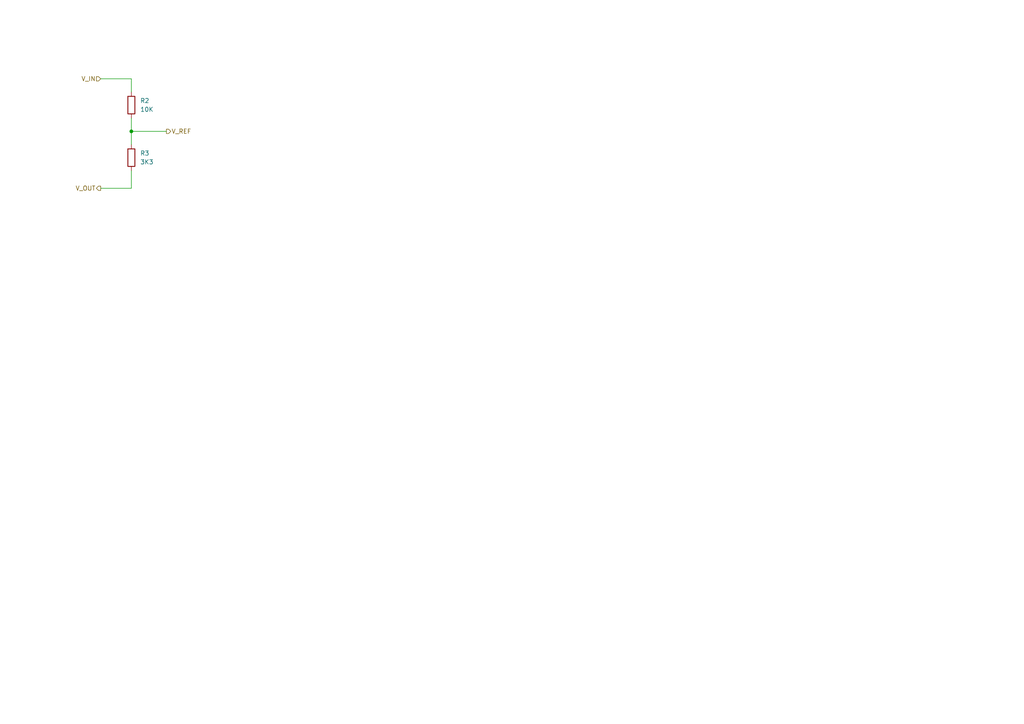
<source format=kicad_sch>
(kicad_sch (version 20250114) (generator "eeschema") (generator_version "9.0")
  (paper "A4")
  (lib_symbols
    (symbol "Device:R" (pin_numbers (hide yes)) (pin_names (offset 0))
      (property "Reference" "R" (at 2.032 0 90))
      (property "Value" "R" (at 0 0 90))
      (symbol "R_0_1"
        (rectangle (start -1.016 -2.54) (end 1.016 2.54) (stroke (width 0.254)))
      )
      (symbol "R_1_1"
        (pin passive line (at 0 3.81 270) (length 1.27) (name "~") (number "1"))
        (pin passive line (at 0 -3.81 90) (length 1.27) (name "~") (number "2"))
      )
    )
  )
  (junction (at 38.1 38.1))
  (wire (pts (xy 38.1 49.53) (xy 38.1 54.61)))
  (wire (pts (xy 38.1 54.61) (xy 29.21 54.61)))
  (wire (pts (xy 38.1 38.1) (xy 48.26 38.1)))
  (wire (pts (xy 38.1 22.86) (xy 38.1 26.67)))
  (wire (pts (xy 38.1 34.29) (xy 38.1 38.1)))
  (wire (pts (xy 29.21 22.86) (xy 38.1 22.86)))
  (wire (pts (xy 38.1 38.1) (xy 38.1 41.91)))
  (hierarchical_label "V_OUT" (shape output) (at 29.21 54.61 180))
  (hierarchical_label "V_IN" (shape input) (at 29.21 22.86 180))
  (hierarchical_label "V_REF" (shape output) (at 48.26 38.1 0))
  (symbol (lib_id "Device:R") (at 38.1 30.48 0) (unit 1)
    (property "Reference" "R2" (at 40.64 29.2099 0) (effects (justify left)))
    (property "Value" "10K" (at 40.64 31.7499 0) (effects (justify left)))
    (property "Footprint" "Resistor_SMD:R_0603_1608Metric_Pad0.98x0.95mm_HandSolder" (effects (hide yes)))
    (property "Description" "Resistor" (effects (hide yes)))
    (property "Manufacturer Part Number" "RC0603FR-0710KL" (effects (hide yes)))
    (property "Mouser Part Number" "603-RC0603FR-0710KL" (effects (hide yes)))
    (property "Ullmanna Part Number" "BMCR0201" (effects (hide yes)))
  )
  (symbol (lib_id "Device:R") (at 38.1 45.72 0) (unit 1)
    (property "Reference" "R3" (at 40.64 44.4499 0) (effects (justify left)))
    (property "Value" "3K3" (at 40.64 46.9899 0) (effects (justify left)))
    (property "Footprint" "Resistor_SMD:R_0603_1608Metric_Pad0.98x0.95mm_HandSolder" (effects (hide yes)))
    (property "Description" "Resistor" (effects (hide yes)))
    (property "Manufacturer Part Number" "CRCW06033K30FKEAC" (effects (hide yes)))
    (property "Mouser Part Number" "71-CRCW06033K30FKEAC" (effects (hide yes)))
    (property "Ullmanna Part Number" "BMCR0188" (effects (hide yes)))
  )
)
</source>
